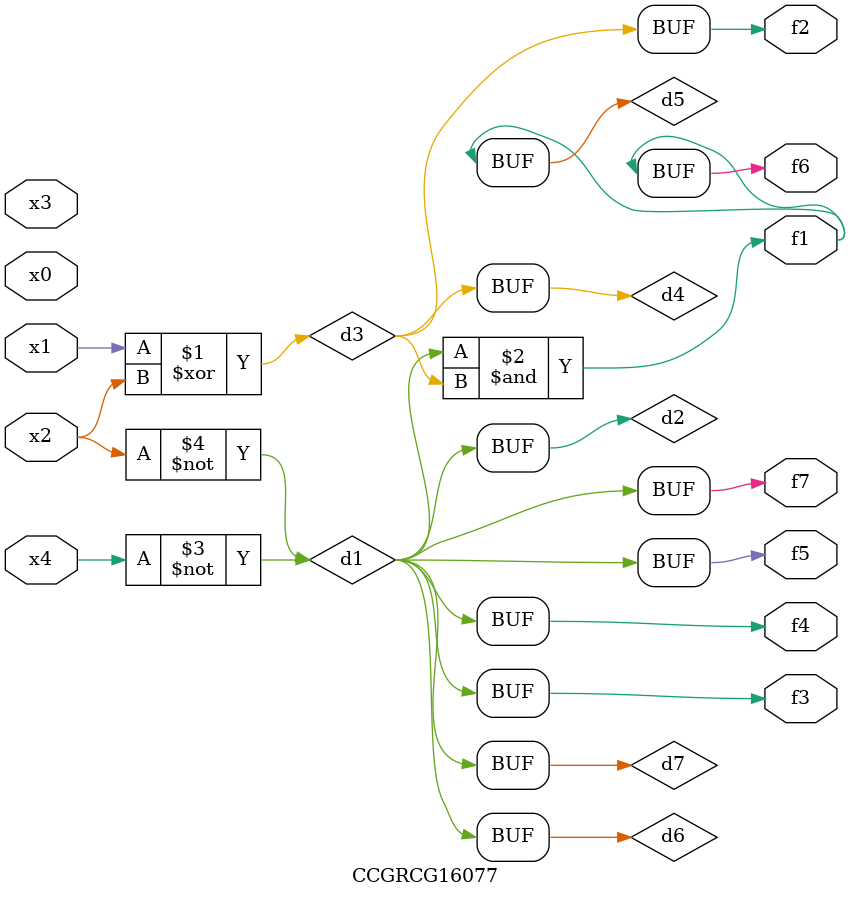
<source format=v>
module CCGRCG16077(
	input x0, x1, x2, x3, x4,
	output f1, f2, f3, f4, f5, f6, f7
);

	wire d1, d2, d3, d4, d5, d6, d7;

	not (d1, x4);
	not (d2, x2);
	xor (d3, x1, x2);
	buf (d4, d3);
	and (d5, d1, d3);
	buf (d6, d1, d2);
	buf (d7, d2);
	assign f1 = d5;
	assign f2 = d4;
	assign f3 = d7;
	assign f4 = d7;
	assign f5 = d7;
	assign f6 = d5;
	assign f7 = d7;
endmodule

</source>
